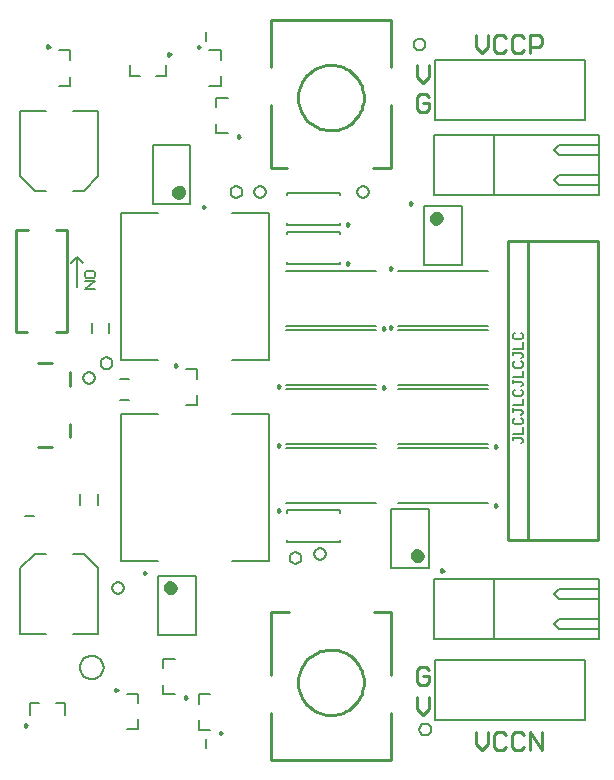
<source format=gto>
G04*
G04 #@! TF.GenerationSoftware,Altium Limited,Altium Designer,21.2.2 (38)*
G04*
G04 Layer_Color=65535*
%FSLAX25Y25*%
%MOIN*%
G70*
G04*
G04 #@! TF.SameCoordinates,9478AF75-F406-41B2-BF1A-F2BA18401FE8*
G04*
G04*
G04 #@! TF.FilePolarity,Positive*
G04*
G01*
G75*
%ADD10C,0.00984*%
%ADD11C,0.02362*%
%ADD12C,0.00500*%
%ADD13C,0.01000*%
%ADD14C,0.00787*%
%ADD15C,0.00600*%
%ADD16C,0.00591*%
D10*
X99902Y205689D02*
X99163Y206115D01*
Y205263D01*
X99902Y205689D01*
X80216Y83681D02*
X79478Y84107D01*
Y83255D01*
X80216Y83681D01*
X168799Y206909D02*
X168061Y207336D01*
Y206483D01*
X168799Y206909D01*
X179331Y84429D02*
X178593Y84855D01*
Y84003D01*
X179331Y84429D01*
X147736Y186909D02*
X146998Y187336D01*
Y186483D01*
X147736Y186909D01*
Y199902D02*
X146998Y200328D01*
Y199475D01*
X147736Y199902D01*
X124902Y104429D02*
X124163Y104855D01*
Y104003D01*
X124902Y104429D01*
X88287Y256594D02*
X87549Y257021D01*
Y256168D01*
X88287Y256594D01*
X70669Y44685D02*
X69931Y45111D01*
Y44259D01*
X70669Y44685D01*
X90354Y152756D02*
X89616Y153182D01*
Y152330D01*
X90354Y152756D01*
X111417Y229134D02*
X110679Y229560D01*
Y228708D01*
X111417Y229134D01*
X98228Y259055D02*
X97490Y259481D01*
Y258629D01*
X98228Y259055D01*
X93701Y42126D02*
X92963Y42552D01*
Y41700D01*
X93701Y42126D01*
X105512Y30315D02*
X104774Y30741D01*
Y29889D01*
X105512Y30315D01*
X47933Y259154D02*
X47195Y259580D01*
Y258727D01*
X47933Y259154D01*
X40551Y32874D02*
X39813Y33300D01*
Y32448D01*
X40551Y32874D01*
X159744Y145472D02*
X159006Y145899D01*
Y145046D01*
X159744Y145472D01*
Y165157D02*
X159006Y165584D01*
Y164731D01*
X159744Y165157D01*
X162106Y185236D02*
X161368Y185662D01*
Y184810D01*
X162106Y185236D01*
Y165551D02*
X161368Y165977D01*
Y165125D01*
X162106Y165551D01*
X197146Y106102D02*
X196407Y106529D01*
Y105676D01*
X197146Y106102D01*
Y125787D02*
X196407Y126214D01*
Y125361D01*
X197146Y125787D01*
X124705Y145866D02*
X123967Y146292D01*
Y145440D01*
X124705Y145866D01*
Y126181D02*
X123967Y126607D01*
Y125755D01*
X124705Y126181D01*
D11*
X92126Y210630D02*
X91681Y211553D01*
X90682Y211781D01*
X89881Y211142D01*
Y210118D01*
X90682Y209478D01*
X91681Y209706D01*
X92126Y210630D01*
X89370Y78740D02*
X88925Y79664D01*
X87926Y79892D01*
X87125Y79253D01*
Y78228D01*
X87926Y77589D01*
X88925Y77817D01*
X89370Y78740D01*
X177953Y201969D02*
X177508Y202892D01*
X176509Y203120D01*
X175707Y202481D01*
Y201456D01*
X176509Y200817D01*
X177508Y201045D01*
X177953Y201969D01*
X171653Y89370D02*
X171209Y90294D01*
X170210Y90522D01*
X169408Y89882D01*
Y88858D01*
X170210Y88219D01*
X171209Y88447D01*
X171653Y89370D01*
D12*
X65945Y52165D02*
X65821Y53144D01*
X65458Y54062D01*
X64878Y54860D01*
X64117Y55489D01*
X63225Y55910D01*
X62255Y56095D01*
X61270Y56033D01*
X60332Y55728D01*
X59498Y55199D01*
X58823Y54479D01*
X58347Y53615D01*
X58102Y52659D01*
Y51672D01*
X58347Y50716D01*
X58823Y49851D01*
X59498Y49132D01*
X60332Y48603D01*
X61270Y48298D01*
X62255Y48236D01*
X63225Y48421D01*
X64117Y48841D01*
X64878Y49470D01*
X65458Y50269D01*
X65821Y51186D01*
X65945Y52165D01*
X72835Y78740D02*
X72571Y79724D01*
X71850Y80445D01*
X70866Y80709D01*
X69882Y80445D01*
X69161Y79724D01*
X68898Y78740D01*
X69161Y77756D01*
X69882Y77035D01*
X70866Y76772D01*
X71850Y77035D01*
X72571Y77756D01*
X72835Y78740D01*
X173228Y259842D02*
X172965Y260827D01*
X172244Y261547D01*
X171260Y261811D01*
X170276Y261547D01*
X169555Y260827D01*
X169291Y259842D01*
X169555Y258858D01*
X170276Y258138D01*
X171260Y257874D01*
X172244Y258138D01*
X172965Y258858D01*
X173228Y259842D01*
X131890Y88583D02*
X131626Y89567D01*
X130905Y90288D01*
X129921Y90551D01*
X128937Y90288D01*
X128217Y89567D01*
X127953Y88583D01*
X128217Y87598D01*
X128937Y86878D01*
X129921Y86614D01*
X130905Y86878D01*
X131626Y87598D01*
X131890Y88583D01*
X68898Y153543D02*
X68634Y154528D01*
X67913Y155248D01*
X66929Y155512D01*
X65945Y155248D01*
X65224Y154528D01*
X64961Y153543D01*
X65224Y152559D01*
X65945Y151839D01*
X66929Y151575D01*
X67913Y151839D01*
X68634Y152559D01*
X68898Y153543D01*
X62992Y148622D02*
X62728Y149606D01*
X62008Y150327D01*
X61024Y150591D01*
X60039Y150327D01*
X59319Y149606D01*
X59055Y148622D01*
X59319Y147638D01*
X60039Y146917D01*
X61024Y146653D01*
X62008Y146917D01*
X62728Y147638D01*
X62992Y148622D01*
X120079Y210630D02*
X119815Y211614D01*
X119095Y212335D01*
X118110Y212598D01*
X117126Y212335D01*
X116405Y211614D01*
X116142Y210630D01*
X116405Y209646D01*
X117126Y208925D01*
X118110Y208661D01*
X119095Y208925D01*
X119815Y209646D01*
X120079Y210630D01*
X154528D02*
X154264Y211614D01*
X153543Y212335D01*
X152559Y212598D01*
X151575Y212335D01*
X150854Y211614D01*
X150591Y210630D01*
X150854Y209646D01*
X151575Y208925D01*
X152559Y208661D01*
X153543Y208925D01*
X154264Y209646D01*
X154528Y210630D01*
X112205D02*
X111941Y211614D01*
X111221Y212335D01*
X110236Y212598D01*
X109252Y212335D01*
X108531Y211614D01*
X108268Y210630D01*
X108531Y209646D01*
X109252Y208925D01*
X110236Y208661D01*
X111221Y208925D01*
X111941Y209646D01*
X112205Y210630D01*
X140118Y89921D02*
X139854Y90906D01*
X139134Y91626D01*
X138150Y91890D01*
X137165Y91626D01*
X136445Y90906D01*
X136181Y89921D01*
X136445Y88937D01*
X137165Y88217D01*
X138150Y87953D01*
X139134Y88217D01*
X139854Y88937D01*
X140118Y89921D01*
X175197Y31496D02*
X174933Y32480D01*
X174213Y33201D01*
X173228Y33465D01*
X172244Y33201D01*
X171524Y32480D01*
X171260Y31496D01*
X171524Y30512D01*
X172244Y29791D01*
X173228Y29528D01*
X174213Y29791D01*
X174933Y30512D01*
X175197Y31496D01*
D13*
X152652Y47244D02*
X152607Y48237D01*
X152471Y49221D01*
X152247Y50190D01*
X151935Y51134D01*
X151539Y52046D01*
X151062Y52917D01*
X150507Y53742D01*
X149880Y54514D01*
X149185Y55224D01*
X148429Y55869D01*
X147617Y56442D01*
X146756Y56939D01*
X145853Y57356D01*
X144917Y57689D01*
X143954Y57935D01*
X142972Y58093D01*
X141980Y58161D01*
X140987Y58138D01*
X139999Y58025D01*
X139026Y57823D01*
X138075Y57533D01*
X137154Y57158D01*
X136272Y56701D01*
X135434Y56165D01*
X134649Y55555D01*
X133923Y54877D01*
X133261Y54135D01*
X132669Y53336D01*
X132153Y52487D01*
X131716Y51594D01*
X131362Y50665D01*
X131094Y49708D01*
X130913Y48731D01*
X130823Y47741D01*
Y46747D01*
X130913Y45757D01*
X131094Y44779D01*
X131362Y43822D01*
X131716Y42893D01*
X132153Y42000D01*
X132669Y41151D01*
X133261Y40352D01*
X133923Y39610D01*
X134649Y38932D01*
X135434Y38322D01*
X136272Y37787D01*
X137154Y37329D01*
X138075Y36954D01*
X139026Y36664D01*
X139999Y36462D01*
X140987Y36349D01*
X141980Y36326D01*
X142972Y36394D01*
X143954Y36552D01*
X144917Y36798D01*
X145853Y37131D01*
X146756Y37548D01*
X147617Y38045D01*
X148429Y38618D01*
X149185Y39263D01*
X149880Y39974D01*
X150507Y40745D01*
X151062Y41570D01*
X151539Y42442D01*
X151935Y43353D01*
X152247Y44297D01*
X152471Y45266D01*
X152607Y46251D01*
X152652Y47244D01*
X152653Y242126D02*
X152608Y243120D01*
X152472Y244104D01*
X152248Y245073D01*
X151936Y246017D01*
X151540Y246928D01*
X151063Y247800D01*
X150508Y248625D01*
X149881Y249396D01*
X149186Y250107D01*
X148430Y250752D01*
X147617Y251325D01*
X146757Y251822D01*
X145854Y252239D01*
X144918Y252572D01*
X143955Y252818D01*
X142973Y252976D01*
X141981Y253044D01*
X140988Y253021D01*
X140000Y252908D01*
X139027Y252706D01*
X138076Y252416D01*
X137155Y252041D01*
X136273Y251583D01*
X135435Y251048D01*
X134650Y250438D01*
X133924Y249760D01*
X133262Y249018D01*
X132670Y248219D01*
X132154Y247370D01*
X131717Y246477D01*
X131363Y245548D01*
X131095Y244591D01*
X130914Y243613D01*
X130824Y242623D01*
Y241629D01*
X130914Y240639D01*
X131095Y239662D01*
X131363Y238705D01*
X131717Y237776D01*
X132154Y236883D01*
X132670Y236034D01*
X133262Y235235D01*
X133924Y234493D01*
X134650Y233815D01*
X135435Y233205D01*
X136273Y232669D01*
X137155Y232212D01*
X138076Y231837D01*
X139027Y231547D01*
X140000Y231345D01*
X140988Y231232D01*
X141981Y231209D01*
X142973Y231277D01*
X143955Y231435D01*
X144918Y231681D01*
X145854Y232014D01*
X146757Y232431D01*
X147617Y232928D01*
X148430Y233501D01*
X149186Y234146D01*
X149881Y234857D01*
X150508Y235628D01*
X151063Y236453D01*
X151540Y237325D01*
X151936Y238236D01*
X152248Y239180D01*
X152472Y240149D01*
X152608Y241133D01*
X152653Y242126D01*
X200787Y94685D02*
X230709D01*
X200787Y194370D02*
X230709D01*
X200787Y94685D02*
Y194370D01*
X207480Y94685D02*
Y194291D01*
X230709Y94685D02*
Y194370D01*
X36811Y164173D02*
X40506D01*
X50045D02*
X53740D01*
Y198031D01*
X36811D02*
X40605D01*
X49946D02*
X53740D01*
X36811D02*
X36811Y164173D01*
X161776Y21367D02*
Y36867D01*
X121776Y21367D02*
X161776D01*
X121776D02*
Y36867D01*
X121732Y70744D02*
X127732D01*
X121732Y49744D02*
Y70744D01*
X161732D02*
X161732Y49744D01*
X156232Y70744D02*
X161732D01*
X121688Y252503D02*
Y268003D01*
X161688D01*
Y252503D02*
Y268003D01*
X155732Y218626D02*
X161732D01*
Y239626D01*
X121732D02*
X121732Y218626D01*
X127232D01*
X44020Y125689D02*
X48696D01*
X44020Y153839D02*
X48696D01*
X54765Y146032D02*
Y150595D01*
Y128932D02*
Y133496D01*
X170291Y253061D02*
Y249062D01*
X172291Y247063D01*
X174290Y249062D01*
Y253061D01*
X170291Y42431D02*
Y38432D01*
X172291Y36433D01*
X174290Y38432D01*
Y42431D01*
Y242219D02*
X173290Y243218D01*
X171291D01*
X170291Y242219D01*
Y238220D01*
X171291Y237221D01*
X173290D01*
X174290Y238220D01*
Y240219D01*
X172291D01*
X174290Y51274D02*
X173290Y52274D01*
X171291D01*
X170291Y51274D01*
Y47275D01*
X171291Y46276D01*
X173290D01*
X174290Y47275D01*
Y49275D01*
X172291D01*
X189976Y30620D02*
Y26621D01*
X191976Y24622D01*
X193975Y26621D01*
Y30620D01*
X199973Y29620D02*
X198974Y30620D01*
X196974D01*
X195974Y29620D01*
Y25622D01*
X196974Y24622D01*
X198974D01*
X199973Y25622D01*
X205971Y29620D02*
X204972Y30620D01*
X202972D01*
X201973Y29620D01*
Y25622D01*
X202972Y24622D01*
X204972D01*
X205971Y25622D01*
X207971Y24622D02*
Y30620D01*
X211969Y24622D01*
Y30620D01*
X189976Y262904D02*
Y258905D01*
X191976Y256906D01*
X193975Y258905D01*
Y262904D01*
X199973Y261904D02*
X198974Y262904D01*
X196974D01*
X195974Y261904D01*
Y257905D01*
X196974Y256906D01*
X198974D01*
X199973Y257905D01*
X205971Y261904D02*
X204972Y262904D01*
X202972D01*
X201973Y261904D01*
Y257905D01*
X202972Y256906D01*
X204972D01*
X205971Y257905D01*
X207971Y256906D02*
Y262904D01*
X210970D01*
X211969Y261904D01*
Y259905D01*
X210970Y258905D01*
X207971D01*
D14*
X94882Y206693D02*
Y226378D01*
X82284Y206693D02*
Y226378D01*
Y206693D02*
X94882D01*
X82284Y226378D02*
X94882D01*
X84252Y62992D02*
X96850D01*
X84252Y82677D02*
X96850D01*
Y62992D02*
Y82677D01*
X84252Y62992D02*
Y82677D01*
X172835Y186221D02*
Y205906D01*
X185433Y186221D02*
Y205906D01*
X172835D02*
X185433D01*
X172835Y186221D02*
X185433D01*
X174409Y85433D02*
Y105118D01*
X161811Y85433D02*
Y105118D01*
Y85433D02*
X174409D01*
X161811Y105118D02*
X174409D01*
X126969Y196752D02*
Y197441D01*
X144685Y196752D02*
Y197441D01*
X126969Y186811D02*
Y187500D01*
X144685Y186811D02*
Y187500D01*
X126969Y197441D02*
X144685D01*
X126969Y186811D02*
X144685D01*
X126969Y199803D02*
X144685D01*
X126969Y210433D02*
X144685D01*
Y199803D02*
Y200492D01*
X126969Y199803D02*
Y200492D01*
X144685Y209744D02*
Y210433D01*
X126969Y209744D02*
Y210433D01*
X144685Y93898D02*
Y94587D01*
X126969Y93898D02*
Y94587D01*
X144685Y103839D02*
Y104528D01*
X126969Y103839D02*
Y104528D01*
Y93898D02*
X144685D01*
X126969Y104528D02*
X144685D01*
X86614Y249213D02*
Y253150D01*
X83465Y249213D02*
X86614D01*
X74803D02*
Y253150D01*
Y249213D02*
X77953D01*
X73622Y43504D02*
X77559D01*
Y40354D02*
Y43504D01*
X73622Y31693D02*
X77559D01*
Y34843D01*
X93307Y151575D02*
X97244D01*
Y148425D02*
Y151575D01*
X93307Y139764D02*
X97244D01*
Y142913D01*
X103543Y230315D02*
X107480D01*
X103543D02*
Y233465D01*
Y242126D02*
X107480D01*
X103543Y238976D02*
Y242126D01*
X101181Y257874D02*
X105118D01*
Y254724D02*
Y257874D01*
X101181Y246063D02*
X105118D01*
Y249213D01*
X85827Y43307D02*
X89764D01*
X85827D02*
Y46457D01*
Y55118D02*
X89764D01*
X85827Y51968D02*
Y55118D01*
X97638Y31496D02*
X101575D01*
X97638D02*
Y34646D01*
Y43307D02*
X101575D01*
X97638Y40157D02*
Y43307D01*
X54921Y246063D02*
Y249114D01*
X50984Y246063D02*
X54921D01*
Y254823D02*
Y257874D01*
X50984D02*
X54921D01*
X50099Y40354D02*
X53150D01*
Y36417D02*
Y40354D01*
X41339D02*
X44390D01*
X41339Y36417D02*
Y40354D01*
X126772Y164567D02*
X156693D01*
X126772Y146457D02*
X156693D01*
X126772Y166142D02*
X156693D01*
X126772Y184252D02*
X156693D01*
X164173Y166142D02*
X194095D01*
X164173Y184252D02*
X194095D01*
X164173Y164567D02*
X194095D01*
X164173Y146457D02*
X194095D01*
X164173Y125197D02*
X194095D01*
X164173Y107087D02*
X194095D01*
X164173Y126772D02*
X194095D01*
X164173Y144882D02*
X194095D01*
X126772Y126772D02*
X156693D01*
X126772Y144882D02*
X156693D01*
X126772Y125197D02*
X156693D01*
X126772Y107087D02*
X156693D01*
X38189Y63386D02*
Y85285D01*
Y63386D02*
X46752D01*
X55610D02*
X64173D01*
Y85285D01*
X43061Y90158D02*
X46752D01*
X38189Y85285D02*
X43061Y90158D01*
X59301D02*
X64173Y85285D01*
X55610Y90158D02*
X59301D01*
X43061Y211024D02*
X46752D01*
X38189Y215896D02*
X43061Y211024D01*
X59301D02*
X64173Y215896D01*
X55610Y211024D02*
X59301D01*
X38189Y215896D02*
Y237795D01*
X46752D01*
X55610D02*
X64173D01*
Y215896D02*
Y237795D01*
X57087Y188976D02*
X59055Y187008D01*
X55118D02*
X57087Y188976D01*
Y179134D02*
Y188976D01*
X71335Y141185D02*
X74484D01*
X71335Y148185D02*
X74484D01*
X62008Y163583D02*
Y167126D01*
X67913Y163583D02*
Y167126D01*
X108661Y203740D02*
X121063D01*
X108661Y154528D02*
X121063D01*
X71850Y203740D02*
X84252D01*
X71850Y154528D02*
X84252D01*
X121063D02*
Y203740D01*
X71850Y154528D02*
Y203740D01*
X175945Y61772D02*
Y81772D01*
X217612Y65105D02*
X230945D01*
X215945Y76772D02*
X217612Y75105D01*
X195945Y61772D02*
Y81772D01*
Y61772D02*
X230945D01*
X215945Y76772D02*
X217612Y78438D01*
X175945Y61772D02*
X195945D01*
X230945D02*
Y81772D01*
X223945D02*
X230945D01*
X217612Y68438D02*
X230945D01*
X215945Y66772D02*
X217612Y68438D01*
X195945Y81772D02*
X223945D01*
X175945D02*
X195945D01*
X215945Y66772D02*
X217612Y65105D01*
X217612Y75105D02*
X230945D01*
X217612Y78438D02*
X230945D01*
X175945Y209567D02*
Y229567D01*
X217612Y212900D02*
X230945D01*
X215945Y224567D02*
X217612Y222900D01*
X195945Y209567D02*
Y229567D01*
Y209567D02*
X230945D01*
X215945Y224567D02*
X217612Y226234D01*
X175945Y209567D02*
X195945D01*
X230945D02*
Y229567D01*
X223945D02*
X230945D01*
X217612Y216234D02*
X230945D01*
X215945Y214567D02*
X217612Y216234D01*
X195945Y229567D02*
X223945D01*
X175945D02*
X195945D01*
X215945Y214567D02*
X217612Y212900D01*
X217612Y222900D02*
X230945D01*
X217612Y226234D02*
X230945D01*
X121063Y87598D02*
Y136811D01*
X71850Y87598D02*
Y136811D01*
X108661D02*
X121063D01*
X108661Y87598D02*
X121063D01*
X71850Y136811D02*
X84252D01*
X71850Y87598D02*
X84252D01*
X226496Y34764D02*
Y54764D01*
X176496D02*
X226496D01*
X176496Y34764D02*
Y54764D01*
Y34764D02*
X226496D01*
X176496Y234606D02*
Y254606D01*
Y234606D02*
X226496D01*
Y254606D01*
X176496D02*
X226496D01*
X58071Y106496D02*
Y110039D01*
X63976Y106496D02*
Y110039D01*
D15*
X100000Y261024D02*
Y264173D01*
X39764Y102756D02*
X42913D01*
X100000Y25197D02*
Y28346D01*
X63254Y182640D02*
Y183840D01*
X62654Y184439D01*
X60255D01*
X59655Y183840D01*
Y182640D01*
X60255Y182040D01*
X62654D01*
X63254Y182640D01*
X59655Y180841D02*
X63254D01*
X59655Y178441D01*
X63254D01*
D16*
X202560Y129068D02*
Y128018D01*
Y128543D01*
X205184D01*
X205709Y128018D01*
Y127493D01*
X205184Y126969D01*
X202560Y130117D02*
X205709D01*
Y132216D01*
X203085Y135365D02*
X202560Y134840D01*
Y133791D01*
X203085Y133266D01*
X205184D01*
X205709Y133791D01*
Y134840D01*
X205184Y135365D01*
X202560Y138513D02*
Y137464D01*
Y137989D01*
X205184D01*
X205709Y137464D01*
Y136939D01*
X205184Y136414D01*
X202560Y139563D02*
X205709D01*
Y141662D01*
X203085Y144810D02*
X202560Y144286D01*
Y143236D01*
X203085Y142711D01*
X205184D01*
X205709Y143236D01*
Y144286D01*
X205184Y144810D01*
X202560Y147959D02*
Y146910D01*
Y147434D01*
X205184D01*
X205709Y146910D01*
Y146385D01*
X205184Y145860D01*
X202560Y149009D02*
X205709D01*
Y151108D01*
X203085Y154256D02*
X202560Y153732D01*
Y152682D01*
X203085Y152157D01*
X205184D01*
X205709Y152682D01*
Y153732D01*
X205184Y154256D01*
X202560Y157405D02*
Y156355D01*
Y156880D01*
X205184D01*
X205709Y156355D01*
Y155831D01*
X205184Y155306D01*
X202560Y158454D02*
X205709D01*
Y160554D01*
X203085Y163702D02*
X202560Y163177D01*
Y162128D01*
X203085Y161603D01*
X205184D01*
X205709Y162128D01*
Y163177D01*
X205184Y163702D01*
M02*

</source>
